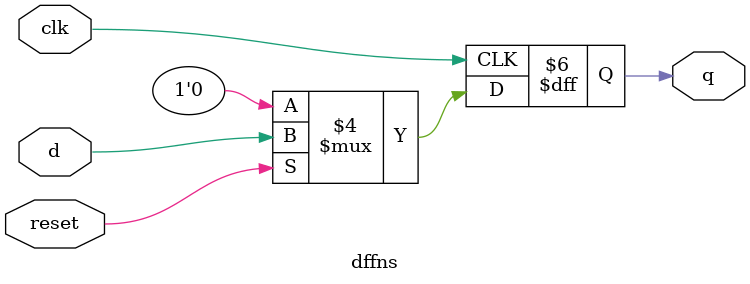
<source format=v>
module dffns (input clk,reset,d,output reg q);
initial
q=0;
always@ (negedge clk)begin
if(reset)
 q=d;
else
q=0;
end
endmodule



</source>
